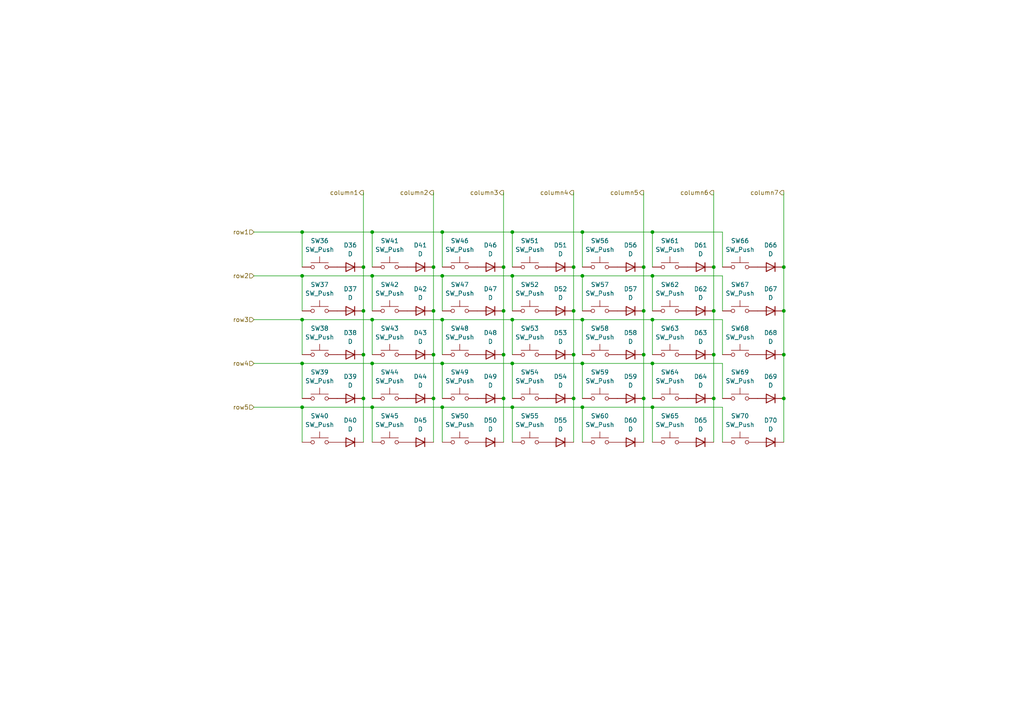
<source format=kicad_sch>
(kicad_sch (version 20211123) (generator eeschema)
  (paper "A4")
  (lib_symbols
    (symbol "Device:D" (pin_numbers hide) (pin_names (offset 1.016) hide)
      (property "Reference" "D" (at 0 2.54 0))
      (property "Value" "D" (at 0 -2.54 0))
      (symbol "D_0_1"
        (polyline (pts (xy -1.27 1.27) (xy -1.27 -1.27)) (stroke (width 0.254)))
        (polyline (pts (xy 1.27 0) (xy -1.27 0)))
        (polyline (pts (xy 1.27 1.27) (xy 1.27 -1.27) (xy -1.27 0) (xy 1.27 1.27)) (stroke (width 0.254)))
      )
      (symbol "D_1_1"
        (pin passive line (at -3.81 0 0) (length 2.54) (name "K") (number "1"))
        (pin passive line (at 3.81 0 180) (length 2.54) (name "A") (number "2"))
      )
    )
    (symbol "Switch:SW_Push" (pin_numbers hide) (pin_names (offset 1.016) hide)
      (property "Reference" "SW" (at 1.27 2.54 0))
      (property "Value" "SW_Push" (at 0 -1.524 0))
      (symbol "SW_Push_0_1"
        (circle (center -2.032 0) (radius 0.508))
        (polyline (pts (xy 0 1.27) (xy 0 3.048)))
        (polyline (pts (xy 2.54 1.27) (xy -2.54 1.27)))
        (circle (center 2.032 0) (radius 0.508))
        (pin passive line (at -5.08 0 0) (length 2.54) (name "1") (number "1"))
        (pin passive line (at 5.08 0 180) (length 2.54) (name "2") (number "2"))
      )
    )
  )
  (junction (at 148.59 92.71))
  (junction (at 87.63 118.11))
  (junction (at 186.69 115.57))
  (junction (at 166.37 77.47))
  (junction (at 227.33 90.17))
  (junction (at 128.27 118.11))
  (junction (at 105.41 77.47))
  (junction (at 87.63 92.71))
  (junction (at 168.91 105.41))
  (junction (at 87.63 105.41))
  (junction (at 227.33 77.47))
  (junction (at 189.23 67.31))
  (junction (at 146.05 115.57))
  (junction (at 125.73 77.47))
  (junction (at 207.01 102.87))
  (junction (at 189.23 80.01))
  (junction (at 189.23 118.11))
  (junction (at 148.59 80.01))
  (junction (at 189.23 105.41))
  (junction (at 146.05 102.87))
  (junction (at 107.95 118.11))
  (junction (at 166.37 115.57))
  (junction (at 148.59 118.11))
  (junction (at 168.91 118.11))
  (junction (at 125.73 115.57))
  (junction (at 166.37 90.17))
  (junction (at 105.41 102.87))
  (junction (at 186.69 77.47))
  (junction (at 168.91 80.01))
  (junction (at 128.27 67.31))
  (junction (at 168.91 92.71))
  (junction (at 227.33 102.87))
  (junction (at 87.63 80.01))
  (junction (at 146.05 77.47))
  (junction (at 146.05 90.17))
  (junction (at 107.95 67.31))
  (junction (at 166.37 102.87))
  (junction (at 207.01 77.47))
  (junction (at 128.27 92.71))
  (junction (at 148.59 67.31))
  (junction (at 105.41 115.57))
  (junction (at 207.01 115.57))
  (junction (at 125.73 102.87))
  (junction (at 107.95 80.01))
  (junction (at 128.27 80.01))
  (junction (at 107.95 105.41))
  (junction (at 207.01 90.17))
  (junction (at 186.69 90.17))
  (junction (at 189.23 92.71))
  (junction (at 227.33 115.57))
  (junction (at 148.59 105.41))
  (junction (at 186.69 102.87))
  (junction (at 107.95 92.71))
  (junction (at 128.27 105.41))
  (junction (at 125.73 90.17))
  (junction (at 168.91 67.31))
  (junction (at 87.63 67.31))
  (junction (at 105.41 90.17))
  (wire (pts (xy 166.37 115.57) (xy 166.37 128.27)))
  (wire (pts (xy 209.55 67.31) (xy 209.55 77.47)))
  (wire (pts (xy 128.27 118.11) (xy 148.59 118.11)))
  (wire (pts (xy 125.73 90.17) (xy 125.73 102.87)))
  (wire (pts (xy 209.55 118.11) (xy 209.55 128.27)))
  (wire (pts (xy 125.73 102.87) (xy 125.73 115.57)))
  (wire (pts (xy 73.66 80.01) (xy 87.63 80.01)))
  (wire (pts (xy 166.37 90.17) (xy 166.37 102.87)))
  (wire (pts (xy 128.27 92.71) (xy 128.27 102.87)))
  (wire (pts (xy 148.59 118.11) (xy 168.91 118.11)))
  (wire (pts (xy 189.23 67.31) (xy 209.55 67.31)))
  (wire (pts (xy 146.05 77.47) (xy 146.05 90.17)))
  (wire (pts (xy 107.95 105.41) (xy 128.27 105.41)))
  (wire (pts (xy 168.91 67.31) (xy 168.91 77.47)))
  (wire (pts (xy 105.41 55.88) (xy 105.41 77.47)))
  (wire (pts (xy 168.91 118.11) (xy 189.23 118.11)))
  (wire (pts (xy 148.59 67.31) (xy 148.59 77.47)))
  (wire (pts (xy 207.01 102.87) (xy 207.01 115.57)))
  (wire (pts (xy 148.59 105.41) (xy 148.59 115.57)))
  (wire (pts (xy 168.91 118.11) (xy 168.91 128.27)))
  (wire (pts (xy 107.95 118.11) (xy 107.95 128.27)))
  (wire (pts (xy 168.91 80.01) (xy 168.91 90.17)))
  (wire (pts (xy 186.69 115.57) (xy 186.69 128.27)))
  (wire (pts (xy 128.27 118.11) (xy 128.27 128.27)))
  (wire (pts (xy 105.41 115.57) (xy 105.41 128.27)))
  (wire (pts (xy 186.69 102.87) (xy 186.69 115.57)))
  (wire (pts (xy 148.59 80.01) (xy 148.59 90.17)))
  (wire (pts (xy 125.73 55.88) (xy 125.73 77.47)))
  (wire (pts (xy 148.59 118.11) (xy 148.59 128.27)))
  (wire (pts (xy 107.95 118.11) (xy 128.27 118.11)))
  (wire (pts (xy 87.63 67.31) (xy 87.63 77.47)))
  (wire (pts (xy 107.95 80.01) (xy 107.95 90.17)))
  (wire (pts (xy 166.37 55.88) (xy 166.37 77.47)))
  (wire (pts (xy 189.23 80.01) (xy 189.23 90.17)))
  (wire (pts (xy 148.59 105.41) (xy 168.91 105.41)))
  (wire (pts (xy 209.55 115.57) (xy 209.55 105.41)))
  (wire (pts (xy 189.23 118.11) (xy 189.23 128.27)))
  (wire (pts (xy 107.95 92.71) (xy 87.63 92.71)))
  (wire (pts (xy 227.33 115.57) (xy 227.33 128.27)))
  (wire (pts (xy 107.95 92.71) (xy 128.27 92.71)))
  (wire (pts (xy 227.33 90.17) (xy 227.33 102.87)))
  (wire (pts (xy 105.41 77.47) (xy 105.41 90.17)))
  (wire (pts (xy 148.59 92.71) (xy 168.91 92.71)))
  (wire (pts (xy 207.01 77.47) (xy 207.01 90.17)))
  (wire (pts (xy 207.01 90.17) (xy 207.01 102.87)))
  (wire (pts (xy 186.69 55.88) (xy 186.69 77.47)))
  (wire (pts (xy 166.37 77.47) (xy 166.37 90.17)))
  (wire (pts (xy 227.33 55.88) (xy 227.33 77.47)))
  (wire (pts (xy 207.01 55.88) (xy 207.01 77.47)))
  (wire (pts (xy 168.91 80.01) (xy 189.23 80.01)))
  (wire (pts (xy 227.33 77.47) (xy 227.33 90.17)))
  (wire (pts (xy 168.91 92.71) (xy 168.91 102.87)))
  (wire (pts (xy 186.69 90.17) (xy 186.69 102.87)))
  (wire (pts (xy 87.63 105.41) (xy 87.63 115.57)))
  (wire (pts (xy 73.66 92.71) (xy 87.63 92.71)))
  (wire (pts (xy 189.23 105.41) (xy 189.23 115.57)))
  (wire (pts (xy 189.23 105.41) (xy 209.55 105.41)))
  (wire (pts (xy 125.73 77.47) (xy 125.73 90.17)))
  (wire (pts (xy 189.23 80.01) (xy 209.55 80.01)))
  (wire (pts (xy 125.73 115.57) (xy 125.73 128.27)))
  (wire (pts (xy 189.23 92.71) (xy 189.23 102.87)))
  (wire (pts (xy 209.55 80.01) (xy 209.55 90.17)))
  (wire (pts (xy 87.63 80.01) (xy 107.95 80.01)))
  (wire (pts (xy 168.91 105.41) (xy 168.91 115.57)))
  (wire (pts (xy 168.91 67.31) (xy 189.23 67.31)))
  (wire (pts (xy 128.27 67.31) (xy 128.27 77.47)))
  (wire (pts (xy 128.27 92.71) (xy 148.59 92.71)))
  (wire (pts (xy 168.91 105.41) (xy 189.23 105.41)))
  (wire (pts (xy 105.41 102.87) (xy 105.41 115.57)))
  (wire (pts (xy 73.66 105.41) (xy 87.63 105.41)))
  (wire (pts (xy 146.05 115.57) (xy 146.05 128.27)))
  (wire (pts (xy 105.41 90.17) (xy 105.41 102.87)))
  (wire (pts (xy 227.33 102.87) (xy 227.33 115.57)))
  (wire (pts (xy 168.91 92.71) (xy 189.23 92.71)))
  (wire (pts (xy 87.63 118.11) (xy 87.63 128.27)))
  (wire (pts (xy 73.66 118.11) (xy 87.63 118.11)))
  (wire (pts (xy 148.59 67.31) (xy 168.91 67.31)))
  (wire (pts (xy 87.63 118.11) (xy 107.95 118.11)))
  (wire (pts (xy 128.27 105.41) (xy 148.59 105.41)))
  (wire (pts (xy 128.27 80.01) (xy 128.27 90.17)))
  (wire (pts (xy 87.63 67.31) (xy 107.95 67.31)))
  (wire (pts (xy 128.27 80.01) (xy 148.59 80.01)))
  (wire (pts (xy 146.05 102.87) (xy 146.05 115.57)))
  (wire (pts (xy 128.27 105.41) (xy 128.27 115.57)))
  (wire (pts (xy 209.55 92.71) (xy 209.55 102.87)))
  (wire (pts (xy 146.05 90.17) (xy 146.05 102.87)))
  (wire (pts (xy 107.95 67.31) (xy 107.95 77.47)))
  (wire (pts (xy 107.95 67.31) (xy 128.27 67.31)))
  (wire (pts (xy 146.05 55.88) (xy 146.05 77.47)))
  (wire (pts (xy 87.63 105.41) (xy 107.95 105.41)))
  (wire (pts (xy 207.01 115.57) (xy 207.01 128.27)))
  (wire (pts (xy 107.95 102.87) (xy 107.95 92.71)))
  (wire (pts (xy 186.69 77.47) (xy 186.69 90.17)))
  (wire (pts (xy 148.59 92.71) (xy 148.59 102.87)))
  (wire (pts (xy 148.59 80.01) (xy 168.91 80.01)))
  (wire (pts (xy 87.63 92.71) (xy 87.63 102.87)))
  (wire (pts (xy 107.95 105.41) (xy 107.95 115.57)))
  (wire (pts (xy 189.23 118.11) (xy 209.55 118.11)))
  (wire (pts (xy 128.27 67.31) (xy 148.59 67.31)))
  (wire (pts (xy 87.63 80.01) (xy 87.63 90.17)))
  (wire (pts (xy 189.23 92.71) (xy 209.55 92.71)))
  (wire (pts (xy 189.23 67.31) (xy 189.23 77.47)))
  (wire (pts (xy 166.37 102.87) (xy 166.37 115.57)))
  (wire (pts (xy 73.66 67.31) (xy 87.63 67.31)))
  (wire (pts (xy 107.95 80.01) (xy 128.27 80.01)))
  (hierarchical_label "row2" (shape input) (at 73.66 80.01 180))
  (hierarchical_label "row3" (shape input) (at 73.66 92.71 180))
  (hierarchical_label "column3" (shape output) (at 146.05 55.88 180))
  (hierarchical_label "row5" (shape input) (at 73.66 118.11 180))
  (hierarchical_label "column1" (shape output) (at 105.41 55.88 180))
  (hierarchical_label "column2" (shape output) (at 125.73 55.88 180))
  (hierarchical_label "row4" (shape input) (at 73.66 105.41 180))
  (hierarchical_label "column7" (shape output) (at 227.33 55.88 180))
  (hierarchical_label "column4" (shape output) (at 166.37 55.88 180))
  (hierarchical_label "row1" (shape input) (at 73.66 67.31 180))
  (hierarchical_label "column6" (shape output) (at 207.01 55.88 180))
  (hierarchical_label "column5" (shape output) (at 186.69 55.88 180))
  (symbol (lib_id "Switch:SW_Push") (at 113.03 128.27 0) (unit 1)
    (property "Reference" "SW45" (at 113.03 120.65 0))
    (property "Value" "SW_Push" (at 113.03 123.19 0))
    (property "Footprint" "XenophonFootprintLibrary_v3:SW_Cherry_MX_1.00u_PCB" (effects hide))
  )
  (symbol (lib_id "Device:D") (at 182.88 115.57 180) (unit 1)
    (property "Reference" "D59" (at 182.88 109.22 0))
    (property "Value" "D" (at 182.88 111.76 0))
    (property "Footprint" "Diode_SMD:D_1206_3216Metric" (effects hide))
  )
  (symbol (lib_id "Device:D") (at 142.24 128.27 180) (unit 1)
    (property "Reference" "D50" (at 142.24 121.92 0))
    (property "Value" "D" (at 142.24 124.46 0))
    (property "Footprint" "Diode_SMD:D_1206_3216Metric" (effects hide))
  )
  (symbol (lib_id "Device:D") (at 121.92 77.47 180) (unit 1)
    (property "Reference" "D41" (at 121.92 71.12 0))
    (property "Value" "D" (at 121.92 73.66 0))
    (property "Footprint" "Diode_SMD:D_1206_3216Metric" (effects hide))
  )
  (symbol (lib_id "Switch:SW_Push") (at 113.03 102.87 0) (unit 1)
    (property "Reference" "SW43" (at 113.03 95.25 0))
    (property "Value" "SW_Push" (at 113.03 97.79 0))
    (property "Footprint" "XenophonFootprintLibrary_v3:SW_Cherry_MX_1.00u_PCB" (effects hide))
  )
  (symbol (lib_id "Switch:SW_Push") (at 173.99 128.27 0) (unit 1)
    (property "Reference" "SW60" (at 173.99 120.65 0))
    (property "Value" "SW_Push" (at 173.99 123.19 0))
    (property "Footprint" "XenophonFootprintLibrary_v3:SW_Cherry_MX_1.00u_PCB" (effects hide))
  )
  (symbol (lib_id "Device:D") (at 162.56 102.87 180) (unit 1)
    (property "Reference" "D53" (at 162.56 96.52 0))
    (property "Value" "D" (at 162.56 99.06 0))
    (property "Footprint" "Diode_SMD:D_1206_3216Metric" (effects hide))
  )
  (symbol (lib_id "Switch:SW_Push") (at 214.63 128.27 0) (unit 1)
    (property "Reference" "SW70" (at 214.63 120.65 0))
    (property "Value" "SW_Push" (at 214.63 123.19 0))
    (property "Footprint" "XenophonFootprintLibrary_v3:SW_Cherry_MX_1.50u_PCB" (effects hide))
  )
  (symbol (lib_id "Switch:SW_Push") (at 92.71 102.87 0) (unit 1)
    (property "Reference" "SW38" (at 92.71 95.25 0))
    (property "Value" "SW_Push" (at 92.71 97.79 0))
    (property "Footprint" "XenophonFootprintLibrary_v3:SW_Cherry_MX_1.00u_PCB" (effects hide))
  )
  (symbol (lib_id "Device:D") (at 203.2 102.87 180) (unit 1)
    (property "Reference" "D63" (at 203.2 96.52 0))
    (property "Value" "D" (at 203.2 99.06 0))
    (property "Footprint" "Diode_SMD:D_1206_3216Metric" (effects hide))
  )
  (symbol (lib_id "Device:D") (at 223.52 77.47 180) (unit 1)
    (property "Reference" "D66" (at 223.52 71.12 0))
    (property "Value" "D" (at 223.52 73.66 0))
    (property "Footprint" "Diode_SMD:D_1206_3216Metric" (effects hide))
  )
  (symbol (lib_id "Switch:SW_Push") (at 92.71 77.47 0) (unit 1)
    (property "Reference" "SW36" (at 92.71 69.85 0))
    (property "Value" "SW_Push" (at 92.71 72.39 0))
    (property "Footprint" "XenophonFootprintLibrary_v3:SW_Cherry_MX_1.00u_PCB" (effects hide))
  )
  (symbol (lib_id "Device:D") (at 142.24 77.47 180) (unit 1)
    (property "Reference" "D46" (at 142.24 71.12 0))
    (property "Value" "D" (at 142.24 73.66 0))
    (property "Footprint" "Diode_SMD:D_1206_3216Metric" (effects hide))
  )
  (symbol (lib_id "Switch:SW_Push") (at 214.63 77.47 0) (unit 1)
    (property "Reference" "SW66" (at 214.63 69.85 0))
    (property "Value" "SW_Push" (at 214.63 72.39 0))
    (property "Footprint" "XenophonFootprintLibrary_v3:SW_Cherry_MX_1.50u_PCB" (effects hide))
  )
  (symbol (lib_id "Device:D") (at 203.2 115.57 180) (unit 1)
    (property "Reference" "D64" (at 203.2 109.22 0))
    (property "Value" "D" (at 203.2 111.76 0))
    (property "Footprint" "Diode_SMD:D_1206_3216Metric" (effects hide))
  )
  (symbol (lib_id "Switch:SW_Push") (at 173.99 90.17 0) (unit 1)
    (property "Reference" "SW57" (at 173.99 82.55 0))
    (property "Value" "SW_Push" (at 173.99 85.09 0))
    (property "Footprint" "XenophonFootprintLibrary_v3:SW_Cherry_MX_1.00u_PCB" (effects hide))
  )
  (symbol (lib_id "Switch:SW_Push") (at 173.99 102.87 0) (unit 1)
    (property "Reference" "SW58" (at 173.99 95.25 0))
    (property "Value" "SW_Push" (at 173.99 97.79 0))
    (property "Footprint" "XenophonFootprintLibrary_v3:SW_Cherry_MX_1.00u_PCB" (effects hide))
  )
  (symbol (lib_id "Switch:SW_Push") (at 113.03 90.17 0) (unit 1)
    (property "Reference" "SW42" (at 113.03 82.55 0))
    (property "Value" "SW_Push" (at 113.03 85.09 0))
    (property "Footprint" "XenophonFootprintLibrary_v3:SW_Cherry_MX_1.00u_PCB" (effects hide))
  )
  (symbol (lib_id "Device:D") (at 182.88 128.27 180) (unit 1)
    (property "Reference" "D60" (at 182.88 121.92 0))
    (property "Value" "D" (at 182.88 124.46 0))
    (property "Footprint" "Diode_SMD:D_1206_3216Metric" (effects hide))
  )
  (symbol (lib_id "Switch:SW_Push") (at 113.03 77.47 0) (unit 1)
    (property "Reference" "SW41" (at 113.03 69.85 0))
    (property "Value" "SW_Push" (at 113.03 72.39 0))
    (property "Footprint" "XenophonFootprintLibrary_v3:SW_Cherry_MX_1.00u_PCB" (effects hide))
  )
  (symbol (lib_id "Switch:SW_Push") (at 92.71 115.57 0) (unit 1)
    (property "Reference" "SW39" (at 92.71 107.95 0))
    (property "Value" "SW_Push" (at 92.71 110.49 0))
    (property "Footprint" "XenophonFootprintLibrary_v3:SW_Cherry_MX_1.00u_PCB" (effects hide))
  )
  (symbol (lib_id "Device:D") (at 203.2 77.47 180) (unit 1)
    (property "Reference" "D61" (at 203.2 71.12 0))
    (property "Value" "D" (at 203.2 73.66 0))
    (property "Footprint" "Diode_SMD:D_1206_3216Metric" (effects hide))
  )
  (symbol (lib_id "Device:D") (at 223.52 102.87 180) (unit 1)
    (property "Reference" "D68" (at 223.52 96.52 0))
    (property "Value" "D" (at 223.52 99.06 0))
    (property "Footprint" "Diode_SMD:D_1206_3216Metric" (effects hide))
  )
  (symbol (lib_id "Switch:SW_Push") (at 153.67 90.17 0) (unit 1)
    (property "Reference" "SW52" (at 153.67 82.55 0))
    (property "Value" "SW_Push" (at 153.67 85.09 0))
    (property "Footprint" "XenophonFootprintLibrary_v3:SW_Cherry_MX_1.00u_PCB" (effects hide))
  )
  (symbol (lib_id "Device:D") (at 223.52 90.17 180) (unit 1)
    (property "Reference" "D67" (at 223.52 83.82 0))
    (property "Value" "D" (at 223.52 86.36 0))
    (property "Footprint" "Diode_SMD:D_1206_3216Metric" (effects hide))
  )
  (symbol (lib_id "Switch:SW_Push") (at 153.67 128.27 0) (unit 1)
    (property "Reference" "SW55" (at 153.67 120.65 0))
    (property "Value" "SW_Push" (at 153.67 123.19 0))
    (property "Footprint" "XenophonFootprintLibrary_v3:SW_Cherry_MX_1.00u_PCB" (effects hide))
  )
  (symbol (lib_id "Device:D") (at 223.52 128.27 180) (unit 1)
    (property "Reference" "D70" (at 223.52 121.92 0))
    (property "Value" "D" (at 223.52 124.46 0))
    (property "Footprint" "Diode_SMD:D_1206_3216Metric" (effects hide))
  )
  (symbol (lib_id "Device:D") (at 101.6 128.27 180) (unit 1)
    (property "Reference" "D40" (at 101.6 121.92 0))
    (property "Value" "D" (at 101.6 124.46 0))
    (property "Footprint" "Diode_SMD:D_1206_3216Metric" (effects hide))
  )
  (symbol (lib_id "Device:D") (at 182.88 102.87 180) (unit 1)
    (property "Reference" "D58" (at 182.88 96.52 0))
    (property "Value" "D" (at 182.88 99.06 0))
    (property "Footprint" "Diode_SMD:D_1206_3216Metric" (effects hide))
  )
  (symbol (lib_id "Device:D") (at 162.56 128.27 180) (unit 1)
    (property "Reference" "D55" (at 162.56 121.92 0))
    (property "Value" "D" (at 162.56 124.46 0))
    (property "Footprint" "Diode_SMD:D_1206_3216Metric" (effects hide))
  )
  (symbol (lib_id "Switch:SW_Push") (at 133.35 128.27 0) (unit 1)
    (property "Reference" "SW50" (at 133.35 120.65 0))
    (property "Value" "SW_Push" (at 133.35 123.19 0))
    (property "Footprint" "XenophonFootprintLibrary_v3:SW_Cherry_MX_1.00u_PCB" (effects hide))
  )
  (symbol (lib_id "Device:D") (at 182.88 90.17 180) (unit 1)
    (property "Reference" "D57" (at 182.88 83.82 0))
    (property "Value" "D" (at 182.88 86.36 0))
    (property "Footprint" "Diode_SMD:D_1206_3216Metric" (effects hide))
  )
  (symbol (lib_id "Device:D") (at 101.6 90.17 180) (unit 1)
    (property "Reference" "D37" (at 101.6 83.82 0))
    (property "Value" "D" (at 101.6 86.36 0))
    (property "Footprint" "Diode_SMD:D_1206_3216Metric" (effects hide))
  )
  (symbol (lib_id "Device:D") (at 142.24 115.57 180) (unit 1)
    (property "Reference" "D49" (at 142.24 109.22 0))
    (property "Value" "D" (at 142.24 111.76 0))
    (property "Footprint" "Diode_SMD:D_1206_3216Metric" (effects hide))
  )
  (symbol (lib_id "Switch:SW_Push") (at 153.67 102.87 0) (unit 1)
    (property "Reference" "SW53" (at 153.67 95.25 0))
    (property "Value" "SW_Push" (at 153.67 97.79 0))
    (property "Footprint" "XenophonFootprintLibrary_v3:SW_Cherry_MX_1.00u_PCB" (effects hide))
  )
  (symbol (lib_id "Switch:SW_Push") (at 173.99 115.57 0) (unit 1)
    (property "Reference" "SW59" (at 173.99 107.95 0))
    (property "Value" "SW_Push" (at 173.99 110.49 0))
    (property "Footprint" "XenophonFootprintLibrary_v3:SW_Cherry_MX_1.00u_PCB" (effects hide))
  )
  (symbol (lib_id "Switch:SW_Push") (at 133.35 77.47 0) (unit 1)
    (property "Reference" "SW46" (at 133.35 69.85 0))
    (property "Value" "SW_Push" (at 133.35 72.39 0))
    (property "Footprint" "XenophonFootprintLibrary_v3:SW_Cherry_MX_1.00u_PCB" (effects hide))
  )
  (symbol (lib_id "Switch:SW_Push") (at 194.31 128.27 0) (unit 1)
    (property "Reference" "SW65" (at 194.31 120.65 0))
    (property "Value" "SW_Push" (at 194.31 123.19 0))
    (property "Footprint" "XenophonFootprintLibrary_v3:SW_Cherry_MX_1.00u_PCB" (effects hide))
  )
  (symbol (lib_id "Switch:SW_Push") (at 133.35 90.17 0) (unit 1)
    (property "Reference" "SW47" (at 133.35 82.55 0))
    (property "Value" "SW_Push" (at 133.35 85.09 0))
    (property "Footprint" "XenophonFootprintLibrary_v3:SW_Cherry_MX_1.00u_PCB" (effects hide))
  )
  (symbol (lib_id "Device:D") (at 223.52 115.57 180) (unit 1)
    (property "Reference" "D69" (at 223.52 109.22 0))
    (property "Value" "D" (at 223.52 111.76 0))
    (property "Footprint" "Diode_SMD:D_1206_3216Metric" (effects hide))
  )
  (symbol (lib_id "Switch:SW_Push") (at 153.67 115.57 0) (unit 1)
    (property "Reference" "SW54" (at 153.67 107.95 0))
    (property "Value" "SW_Push" (at 153.67 110.49 0))
    (property "Footprint" "XenophonFootprintLibrary_v3:SW_Cherry_MX_1.00u_PCB" (effects hide))
  )
  (symbol (lib_id "Switch:SW_Push") (at 214.63 90.17 0) (unit 1)
    (property "Reference" "SW67" (at 214.63 82.55 0))
    (property "Value" "SW_Push" (at 214.63 85.09 0))
    (property "Footprint" "XenophonFootprintLibrary_v3:SW_Cherry_MX_1.50u_PCB" (effects hide))
  )
  (symbol (lib_id "Device:D") (at 162.56 90.17 180) (unit 1)
    (property "Reference" "D52" (at 162.56 83.82 0))
    (property "Value" "D" (at 162.56 86.36 0))
    (property "Footprint" "Diode_SMD:D_1206_3216Metric" (effects hide))
  )
  (symbol (lib_id "Device:D") (at 182.88 77.47 180) (unit 1)
    (property "Reference" "D56" (at 182.88 71.12 0))
    (property "Value" "D" (at 182.88 73.66 0))
    (property "Footprint" "Diode_SMD:D_1206_3216Metric" (effects hide))
  )
  (symbol (lib_id "Device:D") (at 101.6 115.57 180) (unit 1)
    (property "Reference" "D39" (at 101.6 109.22 0))
    (property "Value" "D" (at 101.6 111.76 0))
    (property "Footprint" "Diode_SMD:D_1206_3216Metric" (effects hide))
  )
  (symbol (lib_id "Switch:SW_Push") (at 194.31 90.17 0) (unit 1)
    (property "Reference" "SW62" (at 194.31 82.55 0))
    (property "Value" "SW_Push" (at 194.31 85.09 0))
    (property "Footprint" "XenophonFootprintLibrary_v3:SW_Cherry_MX_1.00u_PCB" (effects hide))
  )
  (symbol (lib_id "Device:D") (at 121.92 115.57 180) (unit 1)
    (property "Reference" "D44" (at 121.92 109.22 0))
    (property "Value" "D" (at 121.92 111.76 0))
    (property "Footprint" "Diode_SMD:D_1206_3216Metric" (effects hide))
  )
  (symbol (lib_id "Switch:SW_Push") (at 214.63 115.57 0) (unit 1)
    (property "Reference" "SW69" (at 214.63 107.95 0))
    (property "Value" "SW_Push" (at 214.63 110.49 0))
    (property "Footprint" "XenophonFootprintLibrary_v3:SW_Cherry_MX_1.50u_PCB" (effects hide))
  )
  (symbol (lib_id "Device:D") (at 162.56 77.47 180) (unit 1)
    (property "Reference" "D51" (at 162.56 71.12 0))
    (property "Value" "D" (at 162.56 73.66 0))
    (property "Footprint" "Diode_SMD:D_1206_3216Metric" (effects hide))
  )
  (symbol (lib_id "Switch:SW_Push") (at 194.31 102.87 0) (unit 1)
    (property "Reference" "SW63" (at 194.31 95.25 0))
    (property "Value" "SW_Push" (at 194.31 97.79 0))
    (property "Footprint" "XenophonFootprintLibrary_v3:SW_Cherry_MX_1.00u_PCB" (effects hide))
  )
  (symbol (lib_id "Switch:SW_Push") (at 113.03 115.57 0) (unit 1)
    (property "Reference" "SW44" (at 113.03 107.95 0))
    (property "Value" "SW_Push" (at 113.03 110.49 0))
    (property "Footprint" "XenophonFootprintLibrary_v3:SW_Cherry_MX_1.00u_PCB" (effects hide))
  )
  (symbol (lib_id "Device:D") (at 203.2 128.27 180) (unit 1)
    (property "Reference" "D65" (at 203.2 121.92 0))
    (property "Value" "D" (at 203.2 124.46 0))
    (property "Footprint" "Diode_SMD:D_1206_3216Metric" (effects hide))
  )
  (symbol (lib_id "Device:D") (at 121.92 90.17 180) (unit 1)
    (property "Reference" "D42" (at 121.92 83.82 0))
    (property "Value" "D" (at 121.92 86.36 0))
    (property "Footprint" "Diode_SMD:D_1206_3216Metric" (effects hide))
  )
  (symbol (lib_id "Device:D") (at 121.92 128.27 180) (unit 1)
    (property "Reference" "D45" (at 121.92 121.92 0))
    (property "Value" "D" (at 121.92 124.46 0))
    (property "Footprint" "Diode_SMD:D_1206_3216Metric" (effects hide))
  )
  (symbol (lib_id "Switch:SW_Push") (at 153.67 77.47 0) (unit 1)
    (property "Reference" "SW51" (at 153.67 69.85 0))
    (property "Value" "SW_Push" (at 153.67 72.39 0))
    (property "Footprint" "XenophonFootprintLibrary_v3:SW_Cherry_MX_1.00u_PCB" (effects hide))
  )
  (symbol (lib_id "Switch:SW_Push") (at 133.35 102.87 0) (unit 1)
    (property "Reference" "SW48" (at 133.35 95.25 0))
    (property "Value" "SW_Push" (at 133.35 97.79 0))
    (property "Footprint" "XenophonFootprintLibrary_v3:SW_Cherry_MX_1.00u_PCB" (effects hide))
  )
  (symbol (lib_id "Switch:SW_Push") (at 133.35 115.57 0) (unit 1)
    (property "Reference" "SW49" (at 133.35 107.95 0))
    (property "Value" "SW_Push" (at 133.35 110.49 0))
    (property "Footprint" "XenophonFootprintLibrary_v3:SW_Cherry_MX_1.00u_PCB" (effects hide))
  )
  (symbol (lib_id "Switch:SW_Push") (at 92.71 90.17 0) (unit 1)
    (property "Reference" "SW37" (at 92.71 82.55 0))
    (property "Value" "SW_Push" (at 92.71 85.09 0))
    (property "Footprint" "XenophonFootprintLibrary_v3:SW_Cherry_MX_1.00u_PCB" (effects hide))
  )
  (symbol (lib_id "Switch:SW_Push") (at 92.71 128.27 0) (unit 1)
    (property "Reference" "SW40" (at 92.71 120.65 0))
    (property "Value" "SW_Push" (at 92.71 123.19 0))
    (property "Footprint" "XenophonFootprintLibrary_v3:SW_Cherry_MX_1.00u_PCB" (effects hide))
  )
  (symbol (lib_id "Device:D") (at 162.56 115.57 180) (unit 1)
    (property "Reference" "D54" (at 162.56 109.22 0))
    (property "Value" "D" (at 162.56 111.76 0))
    (property "Footprint" "Diode_SMD:D_1206_3216Metric" (effects hide))
  )
  (symbol (lib_id "Switch:SW_Push") (at 214.63 102.87 0) (unit 1)
    (property "Reference" "SW68" (at 214.63 95.25 0))
    (property "Value" "SW_Push" (at 214.63 97.79 0))
    (property "Footprint" "XenophonFootprintLibrary_v3:SW_Cherry_MX_1.50u_PCB" (effects hide))
  )
  (symbol (lib_id "Switch:SW_Push") (at 194.31 77.47 0) (unit 1)
    (property "Reference" "SW61" (at 194.31 69.85 0))
    (property "Value" "SW_Push" (at 194.31 72.39 0))
    (property "Footprint" "XenophonFootprintLibrary_v3:SW_Cherry_MX_1.00u_PCB" (effects hide))
  )
  (symbol (lib_id "Device:D") (at 142.24 102.87 180) (unit 1)
    (property "Reference" "D48" (at 142.24 96.52 0))
    (property "Value" "D" (at 142.24 99.06 0))
    (property "Footprint" "Diode_SMD:D_1206_3216Metric" (effects hide))
  )
  (symbol (lib_id "Device:D") (at 142.24 90.17 180) (unit 1)
    (property "Reference" "D47" (at 142.24 83.82 0))
    (property "Value" "D" (at 142.24 86.36 0))
    (property "Footprint" "Diode_SMD:D_1206_3216Metric" (effects hide))
  )
  (symbol (lib_id "Device:D") (at 101.6 102.87 180) (unit 1)
    (property "Reference" "D38" (at 101.6 96.52 0))
    (property "Value" "D" (at 101.6 99.06 0))
    (property "Footprint" "Diode_SMD:D_1206_3216Metric" (effects hide))
  )
  (symbol (lib_id "Device:D") (at 121.92 102.87 180) (unit 1)
    (property "Reference" "D43" (at 121.92 96.52 0))
    (property "Value" "D" (at 121.92 99.06 0))
    (property "Footprint" "Diode_SMD:D_1206_3216Metric" (effects hide))
  )
  (symbol (lib_id "Switch:SW_Push") (at 194.31 115.57 0) (unit 1)
    (property "Reference" "SW64" (at 194.31 107.95 0))
    (property "Value" "SW_Push" (at 194.31 110.49 0))
    (property "Footprint" "XenophonFootprintLibrary_v3:SW_Cherry_MX_1.00u_PCB" (effects hide))
  )
  (symbol (lib_id "Device:D") (at 203.2 90.17 180) (unit 1)
    (property "Reference" "D62" (at 203.2 83.82 0))
    (property "Value" "D" (at 203.2 86.36 0))
    (property "Footprint" "Diode_SMD:D_1206_3216Metric" (effects hide))
  )
  (symbol (lib_id "Switch:SW_Push") (at 173.99 77.47 0) (unit 1)
    (property "Reference" "SW56" (at 173.99 69.85 0))
    (property "Value" "SW_Push" (at 173.99 72.39 0))
    (property "Footprint" "XenophonFootprintLibrary_v3:SW_Cherry_MX_1.00u_PCB" (effects hide))
  )
  (symbol (lib_id "Device:D") (at 101.6 77.47 180) (unit 1)
    (property "Reference" "D36" (at 101.6 71.12 0))
    (property "Value" "D" (at 101.6 73.66 0))
    (property "Footprint" "Diode_SMD:D_1206_3216Metric" (effects hide))
  )
)
</source>
